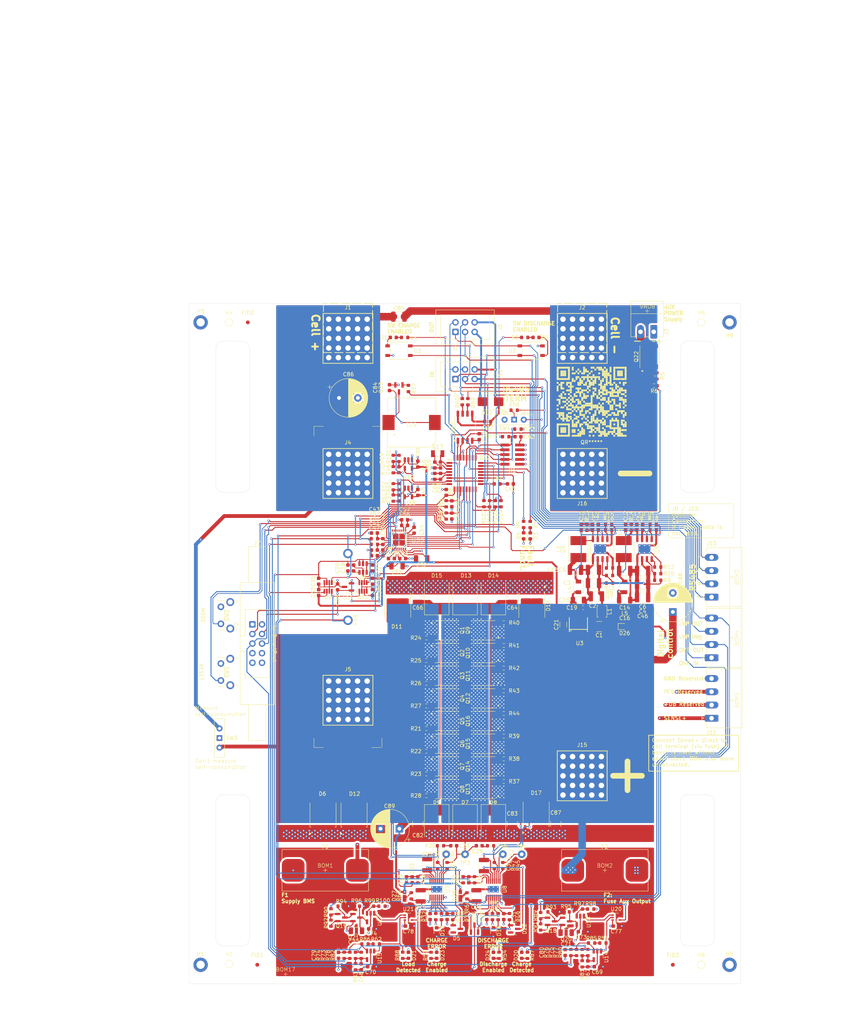
<source format=kicad_pcb>
(kicad_pcb
	(version 20241229)
	(generator "pcbnew")
	(generator_version "9.0")
	(general
		(thickness 1.74)
		(legacy_teardrops no)
	)
	(paper "A3" portrait)
	(layers
		(0 "F.Cu" signal)
		(4 "In1.Cu" signal)
		(6 "In2.Cu" signal)
		(8 "In3.Cu" signal)
		(10 "In4.Cu" signal)
		(2 "B.Cu" signal)
		(9 "F.Adhes" user "F.Adhesive")
		(11 "B.Adhes" user "B.Adhesive")
		(13 "F.Paste" user)
		(15 "B.Paste" user)
		(5 "F.SilkS" user "F.Silkscreen")
		(7 "B.SilkS" user "B.Silkscreen")
		(1 "F.Mask" user)
		(3 "B.Mask" user)
		(17 "Dwgs.User" user "User.Drawings")
		(19 "Cmts.User" user "User.Comments")
		(21 "Eco1.User" user "User.Eco1")
		(23 "Eco2.User" user "User.Eco2")
		(25 "Edge.Cuts" user)
		(27 "Margin" user)
		(31 "F.CrtYd" user "F.Courtyard")
		(29 "B.CrtYd" user "B.Courtyard")
		(35 "F.Fab" user)
		(33 "B.Fab" user)
		(39 "User.1" user)
		(41 "User.2" user "User.2 -Bemaßung")
		(43 "User.3" user "User.3 - Heatsink")
		(45 "User.4" user)
		(47 "User.5" user)
		(49 "User.6" user)
		(51 "User.7" user)
		(53 "User.8" user)
		(55 "User.9" user)
	)
	(setup
		(stackup
			(layer "F.SilkS"
				(type "Top Silk Screen")
			)
			(layer "F.Paste"
				(type "Top Solder Paste")
			)
			(layer "F.Mask"
				(type "Top Solder Mask")
				(color "Red")
				(thickness 0.01)
			)
			(layer "F.Cu"
				(type "copper")
				(thickness 0.07)
			)
			(layer "dielectric 1"
				(type "prepreg")
				(thickness 0.1)
				(material "FR4")
				(epsilon_r 4.5)
				(loss_tangent 0.02)
			)
			(layer "In1.Cu"
				(type "copper")
				(thickness 0.07)
			)
			(layer "dielectric 2"
				(type "core")
				(thickness 0.535)
				(material "FR4")
				(epsilon_r 4.5)
				(loss_tangent 0.02)
			)
			(layer "In2.Cu"
				(type "copper")
				(thickness 0.07)
			)
			(layer "dielectric 3"
				(type "prepreg")
				(thickness 0.1)
				(material "FR4")
				(epsilon_r 4.5)
				(loss_tangent 0.02)
			)
			(layer "In3.Cu"
				(type "copper")
				(thickness 0.035)
			)
			(layer "dielectric 4"
				(type "core")
				(thickness 0.535)
				(material "FR4")
				(epsilon_r 4.5)
				(loss_tangent 0.02)
			)
			(layer "In4.Cu"
				(type "copper")
				(thickness 0.035)
			)
			(layer "dielectric 5"
				(type "prepreg")
				(thickness 0.1)
				(material "FR4")
				(epsilon_r 4.5)
				(loss_tangent 0.02)
			)
			(layer "B.Cu"
				(type "copper")
				(thickness 0.07)
			)
			(layer "B.Mask"
				(type "Bottom Solder Mask")
				(thickness 0.01)
			)
			(layer "B.Paste"
				(type "Bottom Solder Paste")
			)
			(layer "B.SilkS"
				(type "Bottom Silk Screen")
			)
			(copper_finish "None")
			(dielectric_constraints no)
		)
		(pad_to_mask_clearance 0)
		(allow_soldermask_bridges_in_footprints no)
		(tenting front back)
		(aux_axis_origin 100 120)
		(grid_origin 173 120)
		(pcbplotparams
			(layerselection 0x00000000_00000000_55555555_5755f5ff)
			(plot_on_all_layers_selection 0x00000000_00000000_00000000_00000000)
			(disableapertmacros no)
			(usegerberextensions no)
			(usegerberattributes yes)
			(usegerberadvancedattributes yes)
			(creategerberjobfile yes)
			(dashed_line_dash_ratio 12.000000)
			(dashed_line_gap_ratio 3.000000)
			(svgprecision 4)
			(plotframeref no)
			(mode 1)
			(useauxorigin no)
			(hpglpennumber 1)
			(hpglpenspeed 20)
			(hpglpendiameter 15.000000)
			(pdf_front_fp_property_popups yes)
			(pdf_back_fp_property_popups yes)
			(pdf_metadata yes)
			(pdf_single_document no)
			(dxfpolygonmode yes)
			(dxfimperialunits yes)
			(dxfusepcbnewfont yes)
			(psnegative no)
			(psa4output no)
			(plot_black_and_white yes)
			(plotinvisibletext no)
			(sketchpadsonfab no)
			(plotpadnumbers no)
			(hidednponfab no)
			(sketchdnponfab yes)
			(crossoutdnponfab yes)
			(subtractmaskfromsilk no)
			(outputformat 1)
			(mirror no)
			(drillshape 1)
			(scaleselection 1)
			(outputdirectory "")
		)
	)
	(net 0 "")
	(net 1 "Net-(D1-K)")
	(net 2 "GND")
	(net 3 "Net-(D2-K)")
	(net 4 "VCC")
	(net 5 "Net-(D1-A)")
	(net 6 "BAT+CONTROLED")
	(net 7 "Net-(C10-Pad1)")
	(net 8 "5V5")
	(net 9 "Net-(U3-SS)")
	(net 10 "5V0")
	(net 11 "VREF")
	(net 12 "/ps/in")
	(net 13 "Net-(J3-2)")
	(net 14 "/greenMeter/ISENSE_FAST+")
	(net 15 "/greenMeter/ISENSE_PREZ+")
	(net 16 "/greenMeter/ISENSE_PREZ-")
	(net 17 "Net-(Q4-G)")
	(net 18 "/greenMeter/ISENSE_FAST-")
	(net 19 "Net-(Q5-G)")
	(net 20 "Net-(Q6-G)")
	(net 21 "Net-(Q7-G)")
	(net 22 "Net-(Q8-G)")
	(net 23 "Net-(U18-+IN)")
	(net 24 "Net-(D4-A)")
	(net 25 "Net-(J3-1)")
	(net 26 "/greenMeter/RS485_D")
	(net 27 "Net-(U19-+IN)")
	(net 28 "Net-(U22-CAPN)")
	(net 29 "/greenMeter/RS485_R")
	(net 30 "/greenMeter/SPI1_MOSI")
	(net 31 "/greenMeter/ADC_START")
	(net 32 "/greenMeter/SPI1_MISO")
	(net 33 "/greenMeter/ADC_DRDY")
	(net 34 "/greenMeter/ADC_RESET")
	(net 35 "/greenMeter/ADC_CS")
	(net 36 "/greenMeter/SPI1_SCK")
	(net 37 "/OVP_IN")
	(net 38 "/chargeControl/SNS+")
	(net 39 "/chargeControl/SNS-")
	(net 40 "/LVP_IN")
	(net 41 "/OVP_OUT")
	(net 42 "/LVP_OUT")
	(net 43 "Net-(Q1-G)")
	(net 44 "Net-(Q2-G)")
	(net 45 "Net-(Q3-G)")
	(net 46 "/greenMeter/CHARGE_ENABLED")
	(net 47 "/greenMeter/DISCHARGE_ENABLED")
	(net 48 "/greenMeter/AUX_EN")
	(net 49 "/greenMeter/ISENSE+")
	(net 50 "/greenMeter/ISENSE-")
	(net 51 "/greenMeter/SWCLK")
	(net 52 "/switchControl/CHG_DETECTED")
	(net 53 "Net-(U17-+)")
	(net 54 "/switchControl/LOAD_DETECTED")
	(net 55 "unconnected-(J7-Pin_7-Pad7)")
	(net 56 "/greenMeter/USENSE_SHUNT_BUF")
	(net 57 "/greenMeter/USENSE+_BUF")
	(net 58 "/greenMeter/SWDIO")
	(net 59 "/CHARGE_CONTROL")
	(net 60 "Net-(Q22-G)")
	(net 61 "Net-(U12-PA10{slash}NC)")
	(net 62 "Net-(Q13-G)")
	(net 63 "Net-(Q14-G)")
	(net 64 "Net-(Q15-G)")
	(net 65 "Net-(Q16-G)")
	(net 66 "/BUS_+5V")
	(net 67 "Net-(U4-VIN)")
	(net 68 "Net-(U4-BST)")
	(net 69 "Net-(U4-SW)")
	(net 70 "Net-(U5-SW)")
	(net 71 "Net-(U5-BST)")
	(net 72 "Net-(C11-Pad1)")
	(net 73 "Net-(U4-FB)")
	(net 74 "Net-(U5-FB)")
	(net 75 "Net-(C11-Pad2)")
	(net 76 "Net-(C12-Pad2)")
	(net 77 "Net-(U6-FILTER)")
	(net 78 "Net-(U7-SNS-)")
	(net 79 "Net-(C23-Pad1)")
	(net 80 "Net-(U7-TIMER)")
	(net 81 "Net-(U8-SNS-)")
	(net 82 "Net-(U8-TIMER)")
	(net 83 "Net-(U22-CAPP)")
	(net 84 "Net-(U12-PC14)")
	(net 85 "Net-(U12-PC15)")
	(net 86 "Net-(U12-PC6)")
	(net 87 "Net-(Q20-C)")
	(net 88 "Net-(Q21-C)")
	(net 89 "Net-(D2-A)")
	(net 90 "Net-(D3-A)")
	(net 91 "/BUS_GND")
	(net 92 "/BUS_B")
	(net 93 "Net-(D10-K)")
	(net 94 "Net-(D16-K)")
	(net 95 "Net-(D20-A)")
	(net 96 "Net-(D21-A)")
	(net 97 "/BUS_A")
	(net 98 "/chargeControl/vcc_int")
	(net 99 "/dischargeControl/vcc_int")
	(net 100 "unconnected-(D5-NC-Pad2)")
	(net 101 "unconnected-(D22-NC-Pad2)")
	(net 102 "Net-(Q9-G)")
	(net 103 "Net-(Q10-G)")
	(net 104 "Net-(Q11-G)")
	(net 105 "Net-(Q12-G)")
	(net 106 "Net-(U4-EN{slash}UVLO)")
	(net 107 "Net-(U5-EN{slash}UVLO)")
	(net 108 "Net-(U4-RON)")
	(net 109 "Net-(U5-RON)")
	(net 110 "Net-(U7-TGDN)")
	(net 111 "Net-(U7-ISET)")
	(net 112 "Net-(U7-TGUP)")
	(net 113 "Net-(U7-VCCUV)")
	(net 114 "Net-(U8-TGDN)")
	(net 115 "Net-(U8-ISET)")
	(net 116 "Net-(U8-TGUP)")
	(net 117 "Net-(U8-VCCUV)")
	(net 118 "Net-(U15-+)")
	(net 119 "Net-(U14-+)")
	(net 120 "Net-(U14--)")
	(net 121 "Net-(Q18-B)")
	(net 122 "Net-(Q19-B)")
	(net 123 "Net-(Q18-C)")
	(net 124 "Net-(Q19-C)")
	(net 125 "Net-(U16-+)")
	(net 126 "Net-(U7-IMON)")
	(net 127 "Net-(U8-IMON)")
	(net 128 "Net-(U11-V_{OUT})")
	(net 129 "Net-(U16-Pad1)")
	(net 130 "Net-(U17-Pad1)")
	(net 131 "/LOAD_CONTROL")
	(net 132 "/chargeControl/SWITCH_OUT")
	(net 133 "/chargeControl/SWITCH_IN")
	(net 134 "/chargeControl/BST")
	(net 135 "/dischargeControl/BST")
	(net 136 "/U_SENSE+")
	(net 137 "/greenMeter/LVP_SENSE_DIV")
	(net 138 "/greenMeter/OVP_SENSE_DIV")
	(net 139 "Net-(D23-A)")
	(net 140 "Net-(D24-A)")
	(net 141 "/B+Terminal")
	(net 142 "Net-(SW3-B)")
	(net 143 "Net-(BZ1--)")
	(net 144 "/greenMeter/Buzzer")
	(net 145 "/chargeControl/~{Fault}")
	(net 146 "R2{slash}COM")
	(net 147 "Net-(Q23-B)")
	(net 148 "/dischargeControl/~{Fault}")
	(net 149 "Net-(U15--)")
	(net 150 "Net-(U22-REFOUT)")
	(net 151 "Net-(U22-BYPASS)")
	(net 152 "Net-(U13-A)")
	(net 153 "Net-(U13-B)")
	(net 154 "unconnected-(U22-NC-7-Pad25)")
	(net 155 "unconnected-(U22-NC-6-Pad24)")
	(net 156 "unconnected-(U22-NC-8-Pad26)")
	(net 157 "unconnected-(U22-NC-3-Pad21)")
	(net 158 "unconnected-(U22-NC-4-Pad22)")
	(net 159 "unconnected-(U22-NC-9-Pad27)")
	(net 160 "unconnected-(U22-NC-2-Pad20)")
	(net 161 "unconnected-(U22-NC-1-Pad19)")
	(net 162 "unconnected-(U22-NC-5-Pad23)")
	(net 163 "Net-(C28-Pad1)")
	(net 164 "unconnected-(H1-Pad1)")
	(net 165 "unconnected-(H3-Pad1)")
	(net 166 "unconnected-(H5-Pad1)")
	(net 167 "unconnected-(H9-Pad1)")
	(net 168 "Net-(R55-Pad2)")
	(net 169 "Net-(R62-Pad2)")
	(net 170 "~{OC_FAULT}")
	(net 171 "Net-(SW4-B)")
	(net 172 "unconnected-(SW4-A-Pad3)")
	(net 173 "Net-(D26-K)")
	(net 174 "Net-(D27-K)")
	(net 175 "Net-(D28-K)")
	(net 176 "/p_good")
	(net 177 "Net-(U7-VIN)")
	(net 178 "Net-(U8-VIN)")
	(footprint "Connector_Pin:Pin_D1.0mm_L10.0mm" (layer "F.Cu") (at 168 265.75))
	(footprint "Resistor_SMD:R_0603_1608Metric" (layer "F.Cu") (at 195.75 281 180))
	(footprint "Connector_PinHeader_1.27mm:PinHeader_2x05_P1.27mm_Vertical_SMD" (layer "F.Cu") (at 185.5 160 180))
	(footprint "Capacitor_SMD:C_1210_3225Metric" (layer "F.Cu") (at 163 268.525 -90))
	(footprint "Resistor_SMD:R_0603_1608Metric" (layer "F.Cu") (at 145.5 292.5 90))
	(footprint "Resistor_SMD:R_0603_1608Metric" (layer "F.Cu") (at 155.5 168.5 -90))
	(footprint "Resistor_SMD:R_0603_1608Metric" (layer "F.Cu") (at 168 173 90))
	(footprint "Resistor_SMD:R_0603_1608Metric" (layer "F.Cu") (at 203.25 280.25))
	(footprint "Capacitor_SMD:C_0603_1608Metric" (layer "F.Cu") (at 168 170 -90))
	(footprint "Resistor_SMD:R_0603_1608Metric" (layer "F.Cu") (at 223.045 141.79))
	(footprint "Resistor_SMD:R_0603_1608Metric" (layer "F.Cu") (at 183.25 246.5 180))
	(footprint "myConnector:IDC-Header_2x05_P2.54mm_Latch9.5mm_Vertical" (layer "F.Cu") (at 116.71 204.92))
	(footprint "Capacitor_SMD:C_0603_1608Metric" (layer "F.Cu") (at 165 162.75 90))
	(footprint "Resistor_SMD:R_0603_1608Metric" (layer "F.Cu") (at 149 182.25))
	(footprint "Package_TO_SOT_SMD:TO-252-2" (layer "F.Cu") (at 190.6775 200 -90))
	(footprint "Capacitor_SMD:C_0603_1608Metric" (layer "F.Cu") (at 153.5 187.5))
	(footprint "Resistor_SMD:R_0603_1608Metric" (layer "F.Cu") (at 144 295.5 90))
	(footprint "Capacitor_SMD:C_0603_1608Metric" (layer "F.Cu") (at 179 151.25 180))
	(footprint "Package_SO:SOIC-8_5.3x5.3mm_P1.27mm" (layer "F.Cu") (at 173 152.75 90))
	(footprint "Resistor_SMD:R_0603_1608Metric" (layer "F.Cu") (at 182.5 173 90))
	(footprint "LED_SMD:LED_0603_1608Metric" (layer "F.Cu") (at 180.5 286 -90))
	(footprint "Resistor_SMD:R_0603_1608Metric" (layer "F.Cu") (at 199.75 281))
	(footprint "Capacitor_SMD:C_0603_1608Metric" (layer "F.Cu") (at 149 186.75 180))
	(footprint "Package_SO:PowerPAK_SO-8_Single" (layer "F.Cu") (at 168 242.5))
	(footprint "Capacitor_SMD:C_0603_1608Metric" (layer "F.Cu") (at 213 284.75 180))
	(footprint "LED_SMD:LED_0603_1608Metric" (layer "F.Cu") (at 180.5 292.5 -90))
	(footprint "myDiode:SODFL2512X73N" (layer "F.Cu") (at 215.25 205.5))
	(footprint "Package_TO_SOT_SMD:SOT-23"
		(layer "F.Cu")
		(uuid "1db93de7-e106-4232-a8bc-110e2601a165")
		(at 199.75 283.5)
		(descr "SOT, 3 Pin (JEDEC TO-236 Var AB https://www.jedec.org/document_search?search_api_views_fulltext=TO-236), generated with kicad-footprint-generator ipc_gullwing_generator.py")
		(tags "SOT TO_SOT_SMD")
		(property "Reference" "Q20"
			(at 0 4.75 0)
			(layer "F.SilkS")
			(uuid "9e757231-4a92-48bb-9ce8-a4d04b3a5e14")
			(effects
				(font
					(size 1 1)
					(thickness 0.15)
				)
			)
		)
		(property "Value" "BC846B"
			(at 0 2.4 0)
			(layer "F.Fab")
			(uuid "a4d22237-ecef-4654-86c0-7cc57cbf39c6")
			(effects
				(font
					(size 1 1)
					(thickness 0.15)
				)
			)
		)
		(property "Datasheet" ""
			(at 0 0 0)
			(layer "F.Fab")
			(hide yes)
			(uuid "0a52ec5e-923e-4e92-8669-f414c2e08186")
			(effects
				(font
					(size 1.27 1.27)
					(thickness 0.15)
				)
			)
		)
		(property "Description" "NPN transistor, base/emitter/collector"
			(at 0 0 0)
			(layer "F.Fab")
			(hide yes)
			(uuid "e92b4a16-4ac4-4cba-bd25-e917e0c75c10")
			(effects
				(font
					(size 1.27 1.27)
					(thickness 0.15)
				)
			)
		)
		(property "ECS Art#" "T045"
			(at 0 0 0)
			(unlocked yes)
			(layer "F.Fab")
			(hide yes)
			(uuid "c532a187-4e71-482a-83fb-1eebfe5e59c6")
			(effects
				(font
					(size 1 1)
					(thickness 0.15)
				)
			)
		)
		(property "HAN" "BC846B"
			(at 0 0 0)
			(unlocked yes)
			(layer "F.Fab")
			(hide yes)
			(uuid "6405eb2f-5274-4197-a0a0-b14c97b9db5e")
			(effects
				(font
					(size 1 1)
					(thickness 0.15)
				)
			)
		)
		(property "Voltage" ""
			(at 0 0 0)
			(unlocked yes)
			(layer "F.Fab")
			(hide yes)
			(uuid "889b99bf-e452-461b-8749-38e214b87f15")
			(effects
				(font
					(size 1 1)
					(thickness 0.15)
				)
			)
		)
		(property "Toleranz" ""
			(at 0 0 0)
			(unlocked yes)
			(layer "F.Fab")
			(hide yes)
			(uuid "94e51adb-a283-4844-a109-d3fa224ff458")
			(effects
				(font
					(size 1 1)
					(thickness 0.15)
				)
			)
		)
		(property "Hersteller" "TSC"
			(at 0 0 0)
			(unlocked yes)
			(layer "F.Fab")
			(hide yes)
			(uuid "5e5d7d0e-c671-4942-9ad6-1dee9d172160")
			(effects
				(font
					(size 1 1)
					(thickness 0.15)
				)
			)
		)
		(property "Field-1" ""
			(at 0 0 0)
			(unlocked yes)
			(layer "F.Fab")
			(hide yes)
			(uuid "31190a9a-ae0c-4627-b47c-2c6803313303")
			(effects
				(font
					(size 1 1)
					(thickness 0.15)
				)
			)
		)
		(property "Sim.Device" ""
			(at 0 0 0)
			(unlocked yes)
			(layer "F.Fab")
			(hide yes)
			(uuid "9e286e7b-21fc-4f61-9d6c-aa233cb7d2be")
			(effects
				(font
					(size 1 1)
					(thickness 0.15)
				)
			)
		)
		(property "Sim.Pins" ""
			(at 0 0 0)
			(unlocked yes)
			(layer "F.Fab")
			(hide yes)
			(uuid "23dbbab5-d61b-459e-b820-911e0f37731f")
			(effects
				(font
					(size 1 1)
					(thickness 0.15)
				)
			)
		)
		(path "/81d06683-0ac5-4428-9aba-04cf8d65750e/352163b4-5867-46ae-bbb6-c33e4a634093")
		(sheetname "/switchControl/")
		(sheetfile "switch_control.kicad_sch")
		(attr smd)
		(fp_line
			(start 0 -1.56)
			(end -0.65 -1.56)
			(stroke
				(width 0.12)
				(type solid)
			)
			(layer "F.SilkS")
			(uuid "5145445e-088f-4815-ac4a-8b93f8111c34")
		)
		(fp_line
			(start 0 -1.56)
			(end 0.65 -1.56)
			(stroke
				(width 0.12)
				(type solid)
			)
			(layer "F.SilkS")
			(uuid "5d530dec-2a75-4c3f-ae2a-79315d1987da")
		)
		(fp_line
			(start 0 1.56)
			(end -0.65 1.56)
			(stroke
				(width 0.12)
				(type solid)
			)
			(layer "F.SilkS")
			(uuid "ee21e81b-5be8-41ef-8d70-e1d46197e981")
		)
		(fp_line
			(start 0 1.56)
			(end 0.65 1.56)
			(stroke
				(width 0.12)
				(type solid)
			)
			(layer "F.SilkS")
			(uuid "4711969c-905f-481f-81a2-c2996f4d6bc0")
		)
		(fp_poly
			(pts
				(xy -1.1625 -1.51) (xy -1.4025 -1.84) (xy -0.9225 -1.84) (xy -1.1625 -1.51)
			)
			(stroke
				(width 0.12)
				(type solid)
			)
			(fill yes)
			(layer "F.SilkS")
			(uuid "1ee5b765-624f-4db3-a190-e60526aa031f")
		)
		(fp_line
			(start -1.92 -1.7)
			(end -1.92 1.7)
			(stroke
				(width 0.05)
				(type solid)
			)
			(layer "F.CrtYd")
			(uuid "662fcda6-c9f8-4231-8ab5-8da4d4cadff8")
		)
		(fp_line
			(start -1.92 1.7)
			(end 1.92 1.7)
			(stroke
				(width 0.05)
				(type solid)
			)
			(layer "F.CrtYd")
			(uuid "165e0ff6-4d3e-4b20-80a2-c35776f391b1")
		)
		(fp_line
			(start 1.92 -1.7)
			(end -1.92 -1.7)
			(stroke
				(width 0.05)
				(type solid)
			)
			(layer "F.CrtYd")
			(uuid "e701a8da-d7de-4f58-9468-03cbe44b289d")
		)
		(fp_line
			(start 1.92 1.7)
			(end 1.92 -1.7)
			(stroke
				(width 0.05)
				(type solid)
			)
			(layer "F.CrtYd")
			(uuid "266d97eb-26ec-4810-b9bd-d8c25c6c7919")
		)
		(fp_line
			(start -0.65 -1.125)
			(end -0.325 -1.45)
			(stroke
				(width 0.1)
				(type solid)
			)
			(layer "F.Fab")
			(uuid "3db1e804-966e-4b62-a5c1-21aad1dfaa85")
		)
		(fp_line
			(start -0.65 1.45)
			(end -0.65 -1.125)
			(stroke
				(width 0.1)
				(type solid)
			)
			(layer "F.Fab")
			(uuid "40e709e6-942a-479f-8d4e-4b8dd01e7eca")
		)
		(fp_line
			(start -0.325 -1.45)
			(end 0.65 -1.45)
			(stroke
				(width 0.1)
				(type solid)
			)
			(layer "F.Fab")
			(uuid "2c4f08c3-3c42-49b8-88a0-6fa6b9a4e70f")
		)
		(fp_line
			(start 0.65 -1.45)
			(end 0.65 1.45)
			(stroke
				(width 0.1)
				(type solid)
			)
			(layer "F.Fab")
			(uuid "a04d5a03-6274-4cd2-b4f4-1b3ab2d093be")
		)
		(fp_line
			(start 0.65 1.45)
			(end -0.65 1.45)
			(stroke
				(width 0.1)
				(type solid)
			)
			(layer "F.Fab")
			(uuid "edc9efd7-e452-4c92-8411-0d2d6d95709d")
		)
		(fp_text user "${REFERENCE}"
			(at 0 0 0)
			(layer "F.Fab")
			(uuid "a1efd3bb-6e6f-4735-b56d-7bf32b021b5f")
			(effects
				(font
					(size 0.32 0.32)
					(thickness 0.05)
				)
			)
		)
		(pad "1" smd roundrect
			(at -0.9375 -0.95)
			(size 1.475 0.6)
			(layers "F.Cu" "F.Mask" "F.Paste")
			(roundrect_rratio 0.25)
			(net 123 "Net-(Q18-C)")
			(pinfunction "B")
			(pintype "input")
			(uuid "d30beea5-2dea-4280-a4e0-d469650898a8")
		)
		(pad "2" smd roundrect
			(at -0.9375 0.95)
			(size 1.475 0.6)
			(layers "F.Cu" "F.Mask" "F.Paste")
			(roundrect_rratio 0.25)
			(net 2 "GND")
			(pinfunc
... [3969726 chars truncated]
</source>
